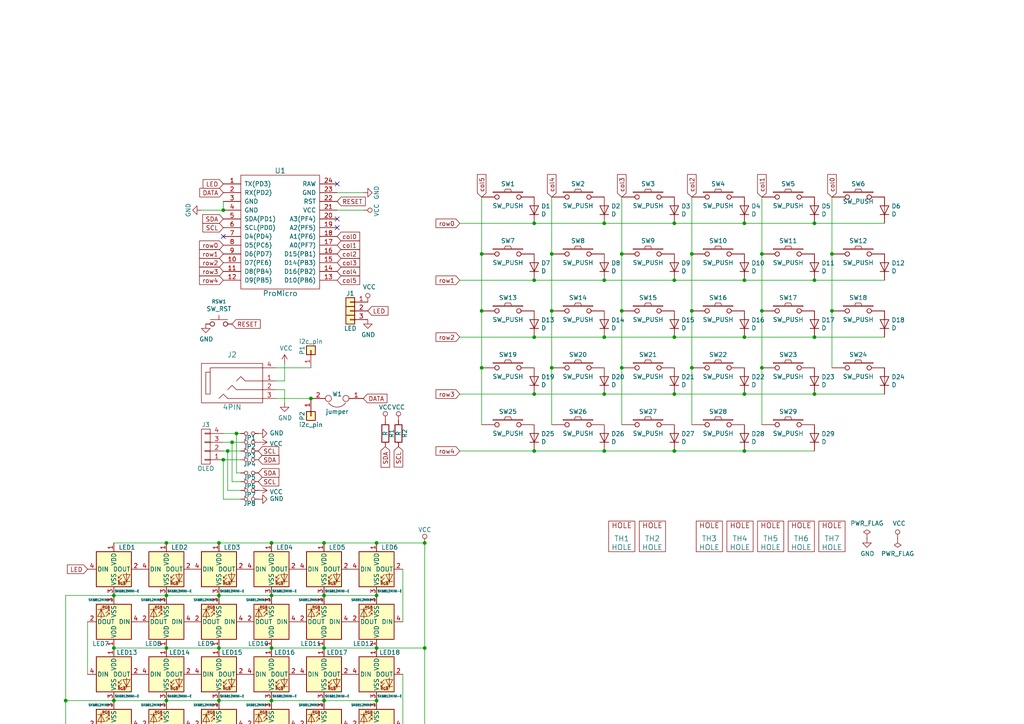
<source format=kicad_sch>
(kicad_sch (version 20211123) (generator eeschema)
  (paper "A4")
  (junction (at 64.77 133.35))
  (junction (at 63.5 187.96))
  (junction (at 180.34 73.66))
  (junction (at 175.26 114.3))
  (junction (at 241.3 73.66))
  (junction (at 180.34 90.17))
  (junction (at 236.22 97.79))
  (junction (at 109.22 218.44))
  (junction (at 123.19 187.96))
  (junction (at 33.02 203.2))
  (junction (at 93.98 187.96))
  (junction (at 67.31 128.27))
  (junction (at 220.98 73.66))
  (junction (at 78.74 233.68))
  (junction (at 200.66 73.66))
  (junction (at 93.98 172.72))
  (junction (at 109.22 203.2))
  (junction (at 109.22 187.96))
  (junction (at 33.02 233.68))
  (junction (at 78.74 187.96))
  (junction (at 139.7 106.68))
  (junction (at 175.26 130.81))
  (junction (at 63.5 172.72))
  (junction (at 180.34 106.68))
  (junction (at 63.5 203.2))
  (junction (at 241.3 90.17))
  (junction (at 66.04 130.81))
  (junction (at 154.94 81.28))
  (junction (at 48.26 218.44))
  (junction (at 48.26 187.96))
  (junction (at 63.5 157.48))
  (junction (at 48.26 172.72))
  (junction (at 154.94 64.77))
  (junction (at 195.58 97.79))
  (junction (at 109.22 172.72))
  (junction (at 220.98 90.17))
  (junction (at 93.98 203.2))
  (junction (at 236.22 81.28))
  (junction (at 78.74 218.44))
  (junction (at 154.94 130.81))
  (junction (at 236.22 114.3))
  (junction (at 109.22 157.48))
  (junction (at 48.26 157.48))
  (junction (at 195.58 114.3))
  (junction (at 48.26 203.2))
  (junction (at 215.9 114.3))
  (junction (at 160.02 90.17))
  (junction (at 215.9 130.81))
  (junction (at 33.02 187.96))
  (junction (at 33.02 172.72))
  (junction (at 78.74 203.2))
  (junction (at 93.98 218.44))
  (junction (at 63.5 233.68))
  (junction (at 63.5 218.44))
  (junction (at 123.19 157.48))
  (junction (at 48.26 233.68))
  (junction (at 154.94 114.3))
  (junction (at 215.9 97.79))
  (junction (at 33.02 218.44))
  (junction (at 175.26 81.28))
  (junction (at 215.9 81.28))
  (junction (at 78.74 172.72))
  (junction (at 19.05 233.68))
  (junction (at 195.58 130.81))
  (junction (at 200.66 106.68))
  (junction (at 19.05 203.2))
  (junction (at 154.94 97.79))
  (junction (at 195.58 64.77))
  (junction (at 200.66 90.17))
  (junction (at 195.58 81.28))
  (junction (at 236.22 64.77))
  (junction (at 90.17 115.57))
  (junction (at 220.98 106.68))
  (junction (at 160.02 73.66))
  (junction (at 175.26 64.77))
  (junction (at 139.7 90.17))
  (junction (at 175.26 97.79))
  (junction (at 68.58 125.73))
  (junction (at 93.98 157.48))
  (junction (at 64.77 60.96))
  (junction (at 78.74 157.48))
  (junction (at 139.7 73.66))
  (junction (at 215.9 64.77))
  (junction (at 160.02 106.68))
  (no_connect (at 97.79 66.04))
  (no_connect (at 97.79 53.34))
  (no_connect (at 64.77 68.58))
  (no_connect (at 101.6 226.06))
  (no_connect (at 97.79 63.5))
  (wire (pts (xy 64.77 58.42) (xy 64.77 60.96)))
  (wire (pts (xy 109.22 157.48) (xy 93.98 157.48)))
  (wire (pts (xy 67.31 128.27) (xy 69.85 128.27)))
  (wire (pts (xy 63.5 203.2) (xy 78.74 203.2)))
  (wire (pts (xy 48.26 203.2) (xy 63.5 203.2)))
  (wire (pts (xy 48.26 172.72) (xy 63.5 172.72)))
  (wire (pts (xy 48.26 233.68) (xy 33.02 233.68)))
  (wire (pts (xy 180.34 73.66) (xy 180.34 90.17)))
  (wire (pts (xy 195.58 64.77) (xy 215.9 64.77)))
  (wire (pts (xy 93.98 157.48) (xy 78.74 157.48)))
  (wire (pts (xy 33.02 187.96) (xy 48.26 187.96)))
  (wire (pts (xy 64.77 133.35) (xy 64.77 144.78)))
  (wire (pts (xy 215.9 81.28) (xy 236.22 81.28)))
  (wire (pts (xy 154.94 64.77) (xy 133.35 64.77)))
  (wire (pts (xy 93.98 233.68) (xy 78.74 233.68)))
  (wire (pts (xy 66.04 130.81) (xy 69.85 130.81)))
  (wire (pts (xy 78.74 157.48) (xy 63.5 157.48)))
  (wire (pts (xy 97.79 60.96) (xy 105.41 60.96)))
  (wire (pts (xy 220.98 73.66) (xy 220.98 90.17)))
  (wire (pts (xy 154.94 97.79) (xy 133.35 97.79)))
  (wire (pts (xy 82.55 110.49) (xy 80.01 110.49)))
  (wire (pts (xy 175.26 114.3) (xy 154.94 114.3)))
  (wire (pts (xy 97.79 55.88) (xy 105.41 55.88)))
  (wire (pts (xy 220.98 106.68) (xy 220.98 123.19)))
  (wire (pts (xy 139.7 106.68) (xy 139.7 123.19)))
  (wire (pts (xy 123.19 187.96) (xy 123.19 157.48)))
  (wire (pts (xy 33.02 172.72) (xy 48.26 172.72)))
  (wire (pts (xy 195.58 81.28) (xy 215.9 81.28)))
  (wire (pts (xy 93.98 172.72) (xy 109.22 172.72)))
  (wire (pts (xy 200.66 73.66) (xy 200.66 90.17)))
  (wire (pts (xy 33.02 233.68) (xy 19.05 233.68)))
  (wire (pts (xy 175.26 130.81) (xy 195.58 130.81)))
  (wire (pts (xy 160.02 90.17) (xy 160.02 106.68)))
  (wire (pts (xy 109.22 218.44) (xy 123.19 218.44)))
  (wire (pts (xy 180.34 106.68) (xy 180.34 123.19)))
  (wire (pts (xy 133.35 130.81) (xy 154.94 130.81)))
  (wire (pts (xy 64.77 130.81) (xy 66.04 130.81)))
  (wire (pts (xy 93.98 218.44) (xy 109.22 218.44)))
  (wire (pts (xy 220.98 57.15) (xy 220.98 73.66)))
  (wire (pts (xy 93.98 187.96) (xy 109.22 187.96)))
  (wire (pts (xy 80.01 106.68) (xy 90.17 106.68)))
  (wire (pts (xy 25.4 180.34) (xy 25.4 195.58)))
  (wire (pts (xy 78.74 172.72) (xy 93.98 172.72)))
  (wire (pts (xy 200.66 106.68) (xy 200.66 123.19)))
  (wire (pts (xy 63.5 218.44) (xy 78.74 218.44)))
  (wire (pts (xy 116.84 165.1) (xy 116.84 180.34)))
  (wire (pts (xy 82.55 105.41) (xy 82.55 110.49)))
  (wire (pts (xy 33.02 203.2) (xy 48.26 203.2)))
  (wire (pts (xy 93.98 203.2) (xy 109.22 203.2)))
  (wire (pts (xy 78.74 187.96) (xy 93.98 187.96)))
  (wire (pts (xy 154.94 81.28) (xy 133.35 81.28)))
  (wire (pts (xy 175.26 97.79) (xy 154.94 97.79)))
  (wire (pts (xy 19.05 203.2) (xy 33.02 203.2)))
  (wire (pts (xy 160.02 73.66) (xy 160.02 90.17)))
  (wire (pts (xy 64.77 128.27) (xy 67.31 128.27)))
  (wire (pts (xy 64.77 60.96) (xy 58.42 60.96)))
  (wire (pts (xy 19.05 172.72) (xy 33.02 172.72)))
  (wire (pts (xy 68.58 137.16) (xy 69.85 137.16)))
  (wire (pts (xy 175.26 64.77) (xy 154.94 64.77)))
  (wire (pts (xy 154.94 130.81) (xy 175.26 130.81)))
  (wire (pts (xy 160.02 106.68) (xy 160.02 123.19)))
  (wire (pts (xy 66.04 142.24) (xy 69.85 142.24)))
  (wire (pts (xy 195.58 130.81) (xy 215.9 130.81)))
  (wire (pts (xy 220.98 106.68) (xy 220.98 90.17)))
  (wire (pts (xy 109.22 187.96) (xy 123.19 187.96)))
  (wire (pts (xy 78.74 233.68) (xy 63.5 233.68)))
  (wire (pts (xy 195.58 97.79) (xy 215.9 97.79)))
  (wire (pts (xy 236.22 114.3) (xy 256.54 114.3)))
  (wire (pts (xy 175.26 81.28) (xy 195.58 81.28)))
  (wire (pts (xy 160.02 57.15) (xy 160.02 73.66)))
  (wire (pts (xy 236.22 81.28) (xy 256.54 81.28)))
  (wire (pts (xy 175.26 81.28) (xy 154.94 81.28)))
  (wire (pts (xy 80.01 115.57) (xy 90.17 115.57)))
  (wire (pts (xy 123.19 218.44) (xy 123.19 187.96)))
  (wire (pts (xy 68.58 125.73) (xy 69.85 125.73)))
  (wire (pts (xy 215.9 114.3) (xy 236.22 114.3)))
  (wire (pts (xy 68.58 125.73) (xy 68.58 137.16)))
  (wire (pts (xy 67.31 128.27) (xy 67.31 139.7)))
  (wire (pts (xy 241.3 73.66) (xy 241.3 57.15)))
  (wire (pts (xy 215.9 97.79) (xy 236.22 97.79)))
  (wire (pts (xy 175.26 64.77) (xy 195.58 64.77)))
  (wire (pts (xy 200.66 57.15) (xy 200.66 73.66)))
  (wire (pts (xy 48.26 157.48) (xy 33.02 157.48)))
  (wire (pts (xy 78.74 203.2) (xy 93.98 203.2)))
  (wire (pts (xy 241.3 90.17) (xy 241.3 106.68)))
  (wire (pts (xy 66.04 130.81) (xy 66.04 142.24)))
  (wire (pts (xy 63.5 187.96) (xy 78.74 187.96)))
  (wire (pts (xy 80.01 113.03) (xy 82.55 113.03)))
  (wire (pts (xy 63.5 233.68) (xy 48.26 233.68)))
  (wire (pts (xy 139.7 57.15) (xy 139.7 73.66)))
  (wire (pts (xy 82.55 113.03) (xy 82.55 116.84)))
  (wire (pts (xy 19.05 233.68) (xy 19.05 203.2)))
  (wire (pts (xy 63.5 172.72) (xy 78.74 172.72)))
  (wire (pts (xy 154.94 114.3) (xy 133.35 114.3)))
  (wire (pts (xy 236.22 64.77) (xy 215.9 64.77)))
  (wire (pts (xy 241.3 90.17) (xy 241.3 73.66)))
  (wire (pts (xy 180.34 90.17) (xy 180.34 106.68)))
  (wire (pts (xy 139.7 90.17) (xy 139.7 106.68)))
  (wire (pts (xy 19.05 203.2) (xy 19.05 172.72)))
  (wire (pts (xy 33.02 218.44) (xy 48.26 218.44)))
  (wire (pts (xy 78.74 218.44) (xy 93.98 218.44)))
  (wire (pts (xy 67.31 139.7) (xy 69.85 139.7)))
  (wire (pts (xy 116.84 195.58) (xy 116.84 210.82)))
  (wire (pts (xy 48.26 218.44) (xy 63.5 218.44)))
  (wire (pts (xy 215.9 130.81) (xy 236.22 130.81)))
  (wire (pts (xy 64.77 125.73) (xy 68.58 125.73)))
  (wire (pts (xy 180.34 57.15) (xy 180.34 73.66)))
  (wire (pts (xy 25.4 210.82) (xy 25.4 226.06)))
  (wire (pts (xy 69.85 133.35) (xy 64.77 133.35)))
  (wire (pts (xy 123.19 157.48) (xy 109.22 157.48)))
  (wire (pts (xy 175.26 97.79) (xy 195.58 97.79)))
  (wire (pts (xy 139.7 73.66) (xy 139.7 90.17)))
  (wire (pts (xy 63.5 157.48) (xy 48.26 157.48)))
  (wire (pts (xy 195.58 114.3) (xy 215.9 114.3)))
  (wire (pts (xy 236.22 97.79) (xy 256.54 97.79)))
  (wire (pts (xy 236.22 64.77) (xy 256.54 64.77)))
  (wire (pts (xy 64.77 144.78) (xy 69.85 144.78)))
  (wire (pts (xy 175.26 114.3) (xy 195.58 114.3)))
  (wire (pts (xy 200.66 90.17) (xy 200.66 106.68)))
  (wire (pts (xy 48.26 187.96) (xy 63.5 187.96)))
  (global_label "DATA" (shape input) (at 105.41 115.57 0) (property "Intersheet References" "${INTERSHEET_REFS}" (effects hide)))
  (global_label "col0" (shape input) (at 97.79 68.58 0) (property "Intersheet References" "${INTERSHEET_REFS}" (effects hide)))
  (global_label "col5" (shape input) (at 139.7 57.15 90) (property "Intersheet References" "${INTERSHEET_REFS}" (effects hide)))
  (global_label "row2" (shape input) (at 64.77 76.2 180) (property "Intersheet References" "${INTERSHEET_REFS}" (effects hide)))
  (global_label "DATA" (shape input) (at 64.77 55.88 180) (property "Intersheet References" "${INTERSHEET_REFS}" (effects hide)))
  (global_label "col0" (shape input) (at 241.3 57.15 90) (property "Intersheet References" "${INTERSHEET_REFS}" (effects hide)))
  (global_label "row0" (shape input) (at 133.35 64.77 180) (property "Intersheet References" "${INTERSHEET_REFS}" (effects hide)))
  (global_label "row3" (shape input) (at 133.35 114.3 180) (property "Intersheet References" "${INTERSHEET_REFS}" (effects hide)))
  (global_label "SCL" (shape input) (at 74.93 139.7 0) (property "Intersheet References" "${INTERSHEET_REFS}" (effects hide)))
  (global_label "LED" (shape input) (at 106.68 90.17 0) (property "Intersheet References" "${INTERSHEET_REFS}" (effects hide)))
  (global_label "col1" (shape input) (at 97.79 71.12 0) (property "Intersheet References" "${INTERSHEET_REFS}" (effects hide)))
  (global_label "SDA" (shape input) (at 111.76 129.54 270) (property "Intersheet References" "${INTERSHEET_REFS}" (effects hide)))
  (global_label "SCL" (shape input) (at 74.93 130.81 0) (property "Intersheet References" "${INTERSHEET_REFS}" (effects hide)))
  (global_label "row4" (shape input) (at 133.35 130.81 180) (property "Intersheet References" "${INTERSHEET_REFS}" (effects hide)))
  (global_label "col2" (shape input) (at 200.66 57.15 90) (property "Intersheet References" "${INTERSHEET_REFS}" (effects hide)))
  (global_label "col3" (shape input) (at 180.34 57.15 90) (property "Intersheet References" "${INTERSHEET_REFS}" (effects hide)))
  (global_label "row1" (shape input) (at 64.77 73.66 180) (property "Intersheet References" "${INTERSHEET_REFS}" (effects hide)))
  (global_label "row1" (shape input) (at 133.35 81.28 180) (property "Intersheet References" "${INTERSHEET_REFS}" (effects hide)))
  (global_label "col4" (shape input) (at 160.02 57.15 90) (property "Intersheet References" "${INTERSHEET_REFS}" (effects hide)))
  (global_label "row4" (shape input) (at 64.77 81.28 180) (property "Intersheet References" "${INTERSHEET_REFS}" (effects hide)))
  (global_label "LED" (shape input) (at 25.4 165.1 180) (property "Intersheet References" "${INTERSHEET_REFS}" (effects hide)))
  (global_label "col5" (shape input) (at 97.79 81.28 0) (property "Intersheet References" "${INTERSHEET_REFS}" (effects hide)))
  (global_label "LED" (shape input) (at 64.77 53.34 180) (property "Intersheet References" "${INTERSHEET_REFS}" (effects hide)))
  (global_label "col1" (shape input) (at 220.98 57.15 90) (property "Intersheet References" "${INTERSHEET_REFS}" (effects hide)))
  (global_label "SCL" (shape input) (at 115.57 129.54 270) (property "Intersheet References" "${INTERSHEET_REFS}" (effects hide)))
  (global_label "col4" (shape input) (at 97.79 78.74 0) (property "Intersheet References" "${INTERSHEET_REFS}" (effects hide)))
  (global_label "SDA" (shape input) (at 64.77 63.5 180) (property "Intersheet References" "${INTERSHEET_REFS}" (effects hide)))
  (global_label "RESET" (shape input) (at 97.79 58.42 0) (property "Intersheet References" "${INTERSHEET_REFS}" (effects hide)))
  (global_label "SDA" (shape input) (at 74.93 133.35 0) (property "Intersheet References" "${INTERSHEET_REFS}" (effects hide)))
  (global_label "row2" (shape input) (at 133.35 97.79 180) (property "Intersheet References" "${INTERSHEET_REFS}" (effects hide)))
  (global_label "SDA" (shape input) (at 74.93 137.16 0) (property "Intersheet References" "${INTERSHEET_REFS}" (effects hide)))
  (global_label "col2" (shape input) (at 97.79 73.66 0) (property "Intersheet References" "${INTERSHEET_REFS}" (effects hide)))
  (global_label "RESET" (shape input) (at 67.31 93.98 0) (property "Intersheet References" "${INTERSHEET_REFS}" (effects hide)))
  (global_label "SCL" (shape input) (at 64.77 66.04 180) (property "Intersheet References" "${INTERSHEET_REFS}" (effects hide)))
  (global_label "row3" (shape input) (at 64.77 78.74 180) (property "Intersheet References" "${INTERSHEET_REFS}" (effects hide)))
  (global_label "col3" (shape input) (at 97.79 76.2 0) (property "Intersheet References" "${INTERSHEET_REFS}" (effects hide)))
  (global_label "row0" (shape input) (at 64.77 71.12 180) (property "Intersheet References" "${INTERSHEET_REFS}" (effects hide)))
  (symbol (lib_id "Lily58_Pro-rescue:ProMicro_2-Lily58-cache") (at 81.28 67.31 0) (unit 1)
    (property "Reference" "U1" (at 81.28 49.53 0) (effects (font (size 1.524 1.524))))
    (property "Value" "ProMicro" (at 81.28 85.09 0) (effects (font (size 1.524 1.524))))
    (property "Footprint" "Lily58-footprint:ProMicro_rev2" (effects hide))
  )
  (symbol (lib_id "Lily58_Pro-rescue:SW_PUSH-Lily58-cache") (at 147.32 123.19 0) (unit 1)
    (property "Reference" "SW25" (at 147.32 119.38 0))
    (property "Value" "SW_PUSH" (at 147.32 125.73 0))
    (property "Footprint" "Lily58_Pro-footprint:Choc_Hotswap_both" (effects hide))
  )
  (symbol (lib_id "Lily58_Pro-rescue:SW_PUSH-Lily58-cache") (at 167.64 123.19 0) (unit 1)
    (property "Reference" "SW26" (at 167.64 119.38 0))
    (property "Value" "SW_PUSH" (at 167.64 125.73 0))
    (property "Footprint" "Lily58_Pro-footprint:Choc_Hotswap_both" (effects hide))
  )
  (symbol (lib_id "Lily58_Pro-rescue:SW_PUSH-Lily58-cache") (at 147.32 57.15 0) (unit 1)
    (property "Reference" "SW1" (at 147.32 53.34 0))
    (property "Value" "SW_PUSH" (at 147.32 59.69 0))
    (property "Footprint" "Lily58_Pro-footprint:Choc_Hotswap_both" (effects hide))
  )
  (symbol (lib_id "Lily58_Pro-rescue:D-Lily58-cache") (at 154.94 60.96 90) (unit 1)
    (property "Reference" "D1" (at 156.9466 59.7916 90) (effects (justify right)))
    (property "Value" "D" (at 156.9466 62.103 90) (effects (justify right)))
    (property "Footprint" "Lily58_Pro-footprint:D3_TH" (effects hide))
  )
  (symbol (lib_id "Lily58_Pro-rescue:SW_PUSH-Lily58-cache") (at 167.64 57.15 0) (unit 1)
    (property "Reference" "SW2" (at 167.64 53.34 0))
    (property "Value" "SW_PUSH" (at 167.64 59.69 0))
    (property "Footprint" "Lily58_Pro-footprint:Choc_Hotswap_both" (effects hide))
  )
  (symbol (lib_id "Lily58_Pro-rescue:D-Lily58-cache") (at 175.26 60.96 90) (unit 1)
    (property "Reference" "D2" (at 177.2666 59.7916 90) (effects (justify right)))
    (property "Value" "D" (at 177.2666 62.103 90) (effects (justify right)))
    (property "Footprint" "Lily58_Pro-footprint:D3_TH" (effects hide))
  )
  (symbol (lib_id "Lily58_Pro-rescue:SW_PUSH-Lily58-cache") (at 187.96 57.15 0) (unit 1)
    (property "Reference" "SW3" (at 187.96 53.34 0))
    (property "Value" "SW_PUSH" (at 187.96 59.69 0))
    (property "Footprint" "Lily58_Pro-footprint:Choc_Hotswap_both" (effects hide))
  )
  (symbol (lib_id "Lily58_Pro-rescue:D-Lily58-cache") (at 195.58 60.96 90) (unit 1)
    (property "Reference" "D3" (at 197.5866 59.7916 90) (effects (justify right)))
    (property "Value" "D" (at 197.5866 62.103 90) (effects (justify right)))
    (property "Footprint" "Lily58_Pro-footprint:D3_TH" (effects hide))
  )
  (symbol (lib_id "Lily58_Pro-rescue:SW_PUSH-Lily58-cache") (at 208.28 57.15 0) (unit 1)
    (property "Reference" "SW4" (at 208.28 53.34 0))
    (property "Value" "SW_PUSH" (at 208.28 59.69 0))
    (property "Footprint" "Lily58_Pro-footprint:Choc_Hotswap_both" (effects hide))
  )
  (symbol (lib_id "Lily58_Pro-rescue:D-Lily58-cache") (at 215.9 60.96 90) (unit 1)
    (property "Reference" "D4" (at 217.9066 59.7916 90) (effects (justify right)))
    (property "Value" "D" (at 217.9066 62.103 90) (effects (justify right)))
    (property "Footprint" "Lily58_Pro-footprint:D3_TH" (effects hide))
  )
  (symbol (lib_id "Lily58_Pro-rescue:SW_PUSH-Lily58-cache") (at 228.6 57.15 0) (unit 1)
    (property "Reference" "SW5" (at 228.6 53.34 0))
    (property "Value" "SW_PUSH" (at 228.6 59.69 0))
    (property "Footprint" "Lily58_Pro-footprint:Choc_Hotswap_both" (effects hide))
  )
  (symbol (lib_id "Lily58_Pro-rescue:D-Lily58-cache") (at 236.22 60.96 90) (unit 1)
    (property "Reference" "D5" (at 238.2266 59.7916 90) (effects (justify right)))
    (property "Value" "D" (at 238.2266 62.103 90) (effects (justify right)))
    (property "Footprint" "Lily58_Pro-footprint:D3_TH" (effects hide))
  )
  (symbol (lib_id "Lily58_Pro-rescue:SW_PUSH-Lily58-cache") (at 248.92 57.15 0) (unit 1)
    (property "Reference" "SW6" (at 248.92 53.34 0))
    (property "Value" "SW_PUSH" (at 248.92 58.42 0))
    (property "Footprint" "Lily58_Pro-footprint:Choc_Hotswap_both" (effects hide))
  )
  (symbol (lib_id "Lily58_Pro-rescue:D-Lily58-cache") (at 256.54 60.96 90) (unit 1)
    (property "Reference" "D6" (at 258.5466 59.7916 90) (effects (justify right)))
    (property "Value" "D" (at 258.5466 62.103 90) (effects (justify right)))
    (property "Footprint" "Lily58_Pro-footprint:D3_TH" (effects hide))
  )
  (symbol (lib_id "Lily58_Pro-rescue:SW_PUSH-Lily58-cache") (at 167.64 73.66 0) (unit 1)
    (property "Reference" "SW8" (at 167.64 69.85 0))
    (property "Value" "SW_PUSH" (at 167.64 76.2 0))
    (property "Footprint" "Lily58_Pro-footprint:Choc_Hotswap_both" (effects hide))
  )
  (symbol (lib_id "Lily58_Pro-rescue:SW_PUSH-Lily58-cache") (at 187.96 73.66 0) (unit 1)
    (property "Reference" "SW9" (at 187.96 69.85 0))
    (property "Value" "SW_PUSH" (at 187.96 76.2 0))
    (property "Footprint" "Lily58_Pro-footprint:Choc_Hotswap_both" (effects hide))
  )
  (symbol (lib_id "Lily58_Pro-rescue:SW_PUSH-Lily58-cache") (at 208.28 73.66 0) (unit 1)
    (property "Reference" "SW10" (at 208.28 69.85 0))
    (property "Value" "SW_PUSH" (at 208.28 76.2 0))
    (property "Footprint" "Lily58_Pro-footprint:Choc_Hotswap_both" (effects hide))
  )
  (symbol (lib_id "Lily58_Pro-rescue:SW_PUSH-Lily58-cache") (at 228.6 73.66 0) (unit 1)
    (property "Reference" "SW11" (at 228.6 69.85 0))
    (property "Value" "SW_PUSH" (at 228.6 76.2 0))
    (property "Footprint" "Lily58_Pro-footprint:Choc_Hotswap_both" (effects hide))
  )
  (symbol (lib_id "Lily58_Pro-rescue:SW_PUSH-Lily58-cache") (at 248.92 73.66 0) (unit 1)
    (property "Reference" "SW12" (at 248.92 69.85 0))
    (property "Value" "SW_PUSH" (at 248.92 76.2 0))
    (property "Footprint" "Lily58_Pro-footprint:Choc_Hotswap_both" (effects hide))
  )
  (symbol (lib_id "Lily58_Pro-rescue:SW_PUSH-Lily58-cache") (at 147.32 73.66 0) (unit 1)
    (property "Reference" "SW7" (at 147.32 69.85 0))
    (property "Value" "SW_PUSH" (at 147.32 76.2 0))
    (property "Footprint" "Lily58_Pro-footprint:Choc_Hotswap_both" (effects hide))
  )
  (symbol (lib_id "Lily58_Pro-rescue:D-Lily58-cache") (at 154.94 77.47 90) (unit 1)
    (property "Reference" "D7" (at 156.9466 76.3016 90) (effects (justify right)))
    (property "Value" "D" (at 156.9466 78.613 90) (effects (justify right)))
    (property "Footprint" "Lily58_Pro-footprint:D3_TH" (effects hide))
  )
  (symbol (lib_id "Lily58_Pro-rescue:D-Lily58-cache") (at 175.26 77.47 90) (unit 1)
    (property "Reference" "D8" (at 177.2666 76.3016 90) (effects (justify right)))
    (property "Value" "D" (at 177.2666 78.613 90) (effects (justify right)))
    (property "Footprint" "Lily58_Pro-footprint:D3_TH" (effects hide))
  )
  (symbol (lib_id "Lily58_Pro-rescue:D-Lily58-cache") (at 195.58 77.47 90) (unit 1)
    (property "Reference" "D9" (at 197.5866 76.3016 90) (effects (justify right)))
    (property "Value" "D" (at 197.5866 78.613 90) (effects (justify right)))
    (property "Footprint" "Lily58_Pro-footprint:D3_TH" (effects hide))
  )
  (symbol (lib_id "Lily58_Pro-rescue:D-Lily58-cache") (at 215.9 77.47 90) (unit 1)
    (property "Reference" "D10" (at 217.9066 76.3016 90) (effects (justify right)))
    (property "Value" "D" (at 217.9066 78.613 90) (effects (justify right)))
    (property "Footprint" "Lily58_Pro-footprint:D3_TH" (effects hide))
  )
  (symbol (lib_id "Lily58_Pro-rescue:D-Lily58-cache") (at 236.22 77.47 90) (unit 1)
    (property "Reference" "D11" (at 238.2266 76.3016 90) (effects (justify right)))
    (property "Value" "D" (at 238.2266 78.613 90) (effects (justify right)))
    (property "Footprint" "Lily58_Pro-footprint:D3_TH" (effects hide))
  )
  (symbol (lib_id "Lily58_Pro-rescue:D-Lily58-cache") (at 256.54 77.47 90) (unit 1)
    (property "Reference" "D12" (at 258.5466 76.3016 90) (effects (justify right)))
    (property "Value" "D" (at 258.5466 78.613 90) (effects (justify right)))
    (property "Footprint" "Lily58_Pro-footprint:D3_TH" (effects hide))
  )
  (symbol (lib_id "Lily58_Pro-rescue:SW_PUSH-Lily58-cache") (at 147.32 90.17 0) (unit 1)
    (property "Reference" "SW13" (at 147.32 86.36 0))
    (property "Value" "SW_PUSH" (at 147.32 92.71 0))
    (property "Footprint" "Lily58_Pro-footprint:Choc_Hotswap_both" (effects hide))
  )
  (symbol (lib_id "Lily58_Pro-rescue:SW_PUSH-Lily58-cache") (at 167.64 90.17 0) (unit 1)
    (property "Reference" "SW14" (at 167.64 86.36 0))
    (property "Value" "SW_PUSH" (at 167.64 92.71 0))
    (property "Footprint" "Lily58_Pro-footprint:Choc_Hotswap_both" (effects hide))
  )
  (symbol (lib_id "Lily58_Pro-rescue:SW_PUSH-Lily58-cache") (at 187.96 90.17 0) (unit 1)
    (property "Reference" "SW15" (at 187.96 86.36 0))
    (property "Value" "SW_PUSH" (at 187.96 92.71 0))
    (property "Footprint" "Lily58_Pro-footprint:Choc_Hotswap_both" (effects hide))
  )
  (symbol (lib_id "Lily58_Pro-rescue:SW_PUSH-Lily58-cache") (at 208.28 90.17 0) (unit 1)
    (property "Reference" "SW16" (at 208.28 86.36 0))
    (property "Value" "SW_PUSH" (at 208.28 92.71 0))
    (property "Footprint" "Lily58_Pro-footprint:Choc_Hotswap_both" (effects hide))
  )
  (symbol (lib_id "Lily58_Pro-rescue:SW_PUSH-Lily58-cache") (at 228.6 90.17 0) (unit 1)
    (property "Reference" "SW17" (at 228.6 86.36 0))
    (property "Value" "SW_PUSH" (at 228.6 92.71 0))
    (property "Footprint" "Lily58_Pro-footprint:Choc_Hotswap_both" (effects hide))
  )
  (symbol (lib_id "Lily58_Pro-rescue:SW_PUSH-Lily58-cache") (at 248.92 90.17 0) (unit 1)
    (property "Reference" "SW18" (at 248.92 86.36 0))
    (property "Value" "SW_PUSH" (at 248.92 92.71 0))
    (property "Footprint" "Lily58_Pro-footprint:Choc_Hotswap_both" (effects hide))
  )
  (symbol (lib_id "Lily58_Pro-rescue:D-Lily58-cache") (at 154.94 93.98 90) (unit 1)
    (property "Reference" "D13" (at 156.9466 92.8116 90) (effects (justify right)))
    (property "Value" "D" (at 156.9466 95.123 90) (effects (justify right)))
    (property "Footprint" "Lily58_Pro-footprint:D3_TH" (effects hide))
  )
  (symbol (lib_id "Lily58_Pro-rescue:D-Lily58-cache") (at 175.26 93.98 90) (unit 1)
    (property "Reference" "D14" (at 177.2666 92.8116 90) (effects (justify right)))
    (property "Value" "D" (at 177.2666 95.123 90) (effects (justify right)))
    (property "Footprint" "Lily58_Pro-footprint:D3_TH" (effects hide))
  )
  (symbol (lib_id "Lily58_Pro-rescue:D-Lily58-cache") (at 195.58 93.98 90) (unit 1)
    (property "Reference" "D15" (at 197.5866 92.8116 90) (effects (justify right)))
    (property "Value" "D" (at 197.5866 95.123 90) (effects (justify right)))
    (property "Footprint" "Lily58_Pro-footprint:D3_TH" (effects hide))
  )
  (symbol (lib_id "Lily58_Pro-rescue:D-Lily58-cache") (at 215.9 93.98 90) (unit 1)
    (property "Reference" "D16" (at 217.9066 92.8116 90) (effects (justify right)))
    (property "Value" "D" (at 217.9066 95.123 90) (effects (justify right)))
    (property "Footprint" "Lily58_Pro-footprint:D3_TH" (effects hide))
  )
  (symbol (lib_id "Lily58_Pro-rescue:D-Lily58-cache") (at 236.22 93.98 90) (unit 1)
    (property "Reference" "D17" (at 238.2266 92.8116 90) (effects (justify right)))
    (property "Value" "D" (at 238.2266 95.123 90) (effects (justify right)))
    (property "Footprint" "Lily58_Pro-footprint:D3_TH" (effects hide))
  )
  (symbol (lib_id "Lily58_Pro-rescue:D-Lily58-cache") (at 256.54 93.98 90) (unit 1)
    (property "Reference" "D18" (at 258.5466 92.8116 90) (effects (justify right)))
    (property "Value" "D" (at 258.5466 95.123 90) (effects (justify right)))
    (property "Footprint" "Lily58_Pro-footprint:D3_TH" (effects hide))
  )
  (symbol (lib_id "Lily58_Pro-rescue:SW_PUSH-Lily58-cache") (at 187.96 106.68 0) (unit 1)
    (property "Reference" "SW21" (at 187.96 102.87 0))
    (property "Value" "SW_PUSH" (at 187.96 109.22 0))
    (property "Footprint" "Lily58_Pro-footprint:Choc_Hotswap_both" (effects hide))
  )
  (symbol (lib_id "Lily58_Pro-rescue:SW_PUSH-Lily58-cache") (at 208.28 106.68 0) (unit 1)
    (property "Reference" "SW22" (at 208.28 102.87 0))
    (property "Value" "SW_PUSH" (at 208.28 109.22 0))
    (property "Footprint" "Lily58_Pro-footprint:Choc_Hotswap_both" (effects hide))
  )
  (symbol (lib_id "Lily58_Pro-rescue:SW_PUSH-Lily58-cache") (at 228.6 106.68 0) (unit 1)
    (property "Reference" "SW23" (at 228.6 102.87 0))
    (property "Value" "SW_PUSH" (at 228.6 109.22 0))
    (property "Footprint" "Lily58_Pro-footprint:Choc_Hotswap_both" (effects hide))
  )
  (symbol (lib_id "Lily58_Pro-rescue:SW_PUSH-Lily58-cache") (at 248.92 106.68 0) (unit 1)
    (property "Reference" "SW24" (at 248.92 102.87 0))
    (property "Value" "SW_PUSH" (at 248.92 109.22 0))
    (property "Footprint" "Lily58_Pro-footprint:Choc_Hotswap_both" (effects hide))
  )
  (symbol (lib_id "Lily58_Pro-rescue:SW_PUSH-Lily58-cache") (at 167.64 106.68 0) (unit 1)
    (property "Reference" "SW20" (at 167.64 102.87 0))
    (property "Value" "SW_PUSH" (at 167.64 109.22 0))
    (property "Footprint" "Lily58_Pro-footprint:Choc_Hotswap_both" (effects hide))
  )
  (symbol (lib_id "Lily58_Pro-rescue:SW_PUSH-Lily58-cache") (at 147.32 106.68 0) (unit 1)
    (property "Reference" "SW19" (at 147.32 102.87 0))
    (property "Value" "SW_PUSH" (at 147.32 109.22 0))
    (property "Footprint" "Lily58_Pro-footprint:Choc_Hotswap_both" (effects hide))
  )
  (symbol (lib_id "Lily58_Pro-rescue:D-Lily58-cache") (at 154.94 110.49 90) (unit 1)
    (property "Reference" "D19" (at 156.9466 109.3216 90) (effects (justify right)))
    (property "Value" "D" (at 156.9466 111.633 90) (effects (justify right)))
    (property "Footprint" "Lily58_Pro-footprint:D3_TH" (effects hide))
  )
  (symbol (lib_id "Lily58_Pro-rescue:D-Lily58-cache") (at 175.26 110.49 90) (unit 1)
    (property "Reference" "D20" (at 177.2666 109.3216 90) (effects (justify right)))
    (property "Value" "D" (at 177.2666 111.633 90) (effects (justify right)))
    (property "Footprint" "Lily58_Pro-footprint:D3_TH" (effects hide))
  )
  (symbol (lib_id "Lily58_Pro-rescue:D-Lily58-cache") (at 195.58 110.49 90) (unit 1)
    (property "Reference" "D21" (at 197.5866 109.3216 90) (effects (justify right)))
    (property "Value" "D" (at 197.5866 111.633 90) (effects (justify right)))
    (property "Footprint" "Lily58_Pro-footprint:D3_TH" (effects hide))
  )
  (symbol (lib_id "Lily58_Pro-rescue:D-Lily58-cache") (at 215.9 110.49 90) (unit 1)
    (property "Reference" "D22" (at 217.9066 109.3216 90) (effects (justify right)))
    (property "Value" "D" (at 217.9066 111.633 90) (effects (justify right)))
    (property "Footprint" "Lily58_Pro-footprint:D3_TH" (effects hide))
  )
  (symbol (lib_id "Lily58_Pro-rescue:D-Lily58-cache") (at 236.22 110.49 90) (unit 1)
    (property "Reference" "D23" (at 238.2266 109.3216 90) (effects (justify right)))
    (property "Value" "D" (at 238.2266 111.633 90) (effects (justify right)))
    (property "Footprint" "Lily58_Pro-footprint:D3_TH" (effects hide))
  )
  (symbol (lib_id "Lily58_Pro-rescue:D-Lily58-cache") (at 256.54 110.49 90) (unit 1)
    (property "Reference" "D24" (at 258.5466 109.3216 90) (effects (justify right)))
    (property "Value" "D" (at 258.5466 111.633 90) (effects (justify right)))
    (property "Footprint" "Lily58_Pro-footprint:D3_TH" (effects hide))
  )
  (symbol (lib_id "Lily58_Pro-rescue:SW_PUSH-Lily58-cache") (at 187.96 123.19 0) (unit 1)
    (property "Reference" "SW27" (at 187.96 119.38 0))
    (property "Value" "SW_PUSH" (at 187.96 125.73 0))
    (property "Footprint" "Lily58_Pro-footprint:Choc_Hotswap_both" (effects hide))
  )
  (symbol (lib_id "Lily58_Pro-rescue:SW_PUSH-Lily58-cache") (at 208.28 123.19 0) (unit 1)
    (property "Reference" "SW28" (at 208.28 119.38 0))
    (property "Value" "SW_PUSH" (at 208.28 125.73 0))
    (property "Footprint" "Lily58_Pro-footprint:Choc_Hotswap_both" (effects hide))
  )
  (symbol (lib_id "Lily58_Pro-rescue:SW_PUSH-Lily58-cache") (at 228.6 123.19 0) (unit 1)
    (property "Reference" "SW29" (at 228.6 119.38 0))
    (property "Value" "SW_PUSH" (at 228.6 125.73 0))
    (property "Footprint" "Lily58_Pro-footprint:Choc_Hotswap_both" (effects hide))
  )
  (symbol (lib_id "Lily58_Pro-rescue:D-Lily58-cache") (at 154.94 127 90) (unit 1)
    (property "Reference" "D25" (at 156.9466 125.8316 90) (effects (justify right)))
    (property "Value" "D" (at 156.9466 128.143 90) (effects (justify right)))
    (property "Footprint" "Lily58_Pro-footprint:D3_TH" (effects hide))
  )
  (symbol (lib_id "Lily58_Pro-rescue:D-Lily58-cache") (at 175.26 127 90) (unit 1)
    (property "Reference" "D26" (at 177.2666 125.8316 90) (effects (justify right)))
    (property "Value" "D" (at 177.2666 128.143 90) (effects (justify right)))
    (property "Footprint" "Lily58_Pro-footprint:D3_TH" (effects hide))
  )
  (symbol (lib_id "Lily58_Pro-rescue:D-Lily58-cache") (at 195.58 127 90) (unit 1)
    (property "Reference" "D27" (at 197.5866 125.8316 90) (effects (justify right)))
    (property "Value" "D" (at 197.5866 128.143 90) (effects (justify right)))
    (property "Footprint" "Lily58_Pro-footprint:D3_TH" (effects hide))
  )
  (symbol (lib_id "Lily58_Pro-rescue:D-Lily58-cache") (at 215.9 127 90) (unit 1)
    (property "Reference" "D28" (at 217.9066 125.8316 90) (effects (justify right)))
    (property "Value" "D" (at 217.9066 128.143 90) (effects (justify right)))
    (property "Footprint" "Lily58_Pro-footprint:D3_TH" (effects hide))
  )
  (symbol (lib_id "Lily58_Pro-rescue:D-Lily58-cache") (at 236.22 127 90) (unit 1)
    (property "Reference" "D29" (at 238.2266 125.8316 90) (effects (justify right)))
    (property "Value" "D" (at 238.2266 128.143 90) (effects (justify right)))
    (property "Footprint" "Lily58_Pro-footprint:D3_TH" (effects hide))
  )
  (symbol (lib_id "Lily58_Pro-rescue:VCC-Lily58-cache") (at 105.41 60.96 270) (unit 1)
    (property "Reference" "#PWR03" (effects hide))
    (property "Value" "VCC" (at 109.22 60.96 0))
  )
  (symbol (lib_id "Lily58_Pro-rescue:VCC-Lily58-cache") (at 111.76 121.92 0) (unit 1)
    (property "Reference" "#PWR09" (effects hide))
    (property "Value" "VCC" (at 111.76 118.11 0))
  )
  (symbol (lib_id "Lily58_Pro-rescue:VCC-Lily58-cache") (at 115.57 121.92 0) (unit 1)
    (property "Reference" "#PWR010" (effects hide))
    (property "Value" "VCC" (at 115.57 118.11 0))
  )
  (symbol (lib_id "Lily58_Pro-rescue:R-Lily58-cache") (at 111.76 125.73 0) (unit 1)
    (property "Reference" "R1" (at 114.3 125.73 90) (effects (justify bottom)))
    (property "Value" "R" (at 111.76 125.73 90))
    (property "Footprint" "Lily58-footprint:RESISTOR_mini" (effects hide))
  )
  (symbol (lib_id "Lily58_Pro-rescue:R-Lily58-cache") (at 115.57 125.73 0) (unit 1)
    (property "Reference" "R2" (at 118.11 125.73 90) (effects (justify bottom)))
    (property "Value" "R" (at 115.57 125.73 90))
    (property "Footprint" "Lily58-footprint:RESISTOR_mini" (effects hide))
  )
  (symbol (lib_id "Lily58_Pro-rescue:MJ-4PP-9-Lily58-cache") (at 68.58 110.49 0) (unit 1)
    (property "Reference" "J2" (at 67.31 102.87 0) (effects (font (size 1.524 1.524))))
    (property "Value" "4PIN" (at 67.31 118.11 0) (effects (font (size 1.524 1.524))))
    (property "Footprint" "Lily58-footprint:MJ-4PP-9" (effects hide))
  )
  (symbol (lib_id "Lily58_Pro-rescue:LED-Lily58-cache") (at 101.6 90.17 0) (unit 1)
    (property "Reference" "J1" (at 101.6 85.09 0))
    (property "Value" "LED" (at 101.6 95.25 0))
    (property "Footprint" "Lily58-footprint:LED" (effects hide))
  )
  (symbol (lib_id "Lily58_Pro-rescue:VCC-Lily58-cache") (at 106.68 87.63 0) (unit 1)
    (property "Reference" "#PWR04" (effects hide))
    (property "Value" "VCC" (at 107.1118 83.2358 0))
  )
  (symbol (lib_id "Lily58_Pro-rescue:GND-Lily58-cache") (at 106.68 92.71 0) (unit 1)
    (property "Reference" "#PWR05" (effects hide))
    (property "Value" "GND" (at 106.807 97.1042 0))
  )
  (symbol (lib_id "Lily58_Pro-rescue:GND-Lily58-cache") (at 59.69 93.98 0) (unit 1)
    (property "Reference" "#PWR06" (effects hide))
    (property "Value" "GND" (at 59.817 98.3742 0))
  )
  (symbol (lib_id "Lily58_Pro-rescue:PWR_FLAG-Lily58-cache") (at 251.46 156.21 0) (unit 1)
    (property "Reference" "#FLG01" (effects hide))
    (property "Value" "PWR_FLAG" (at 251.46 151.7904 0))
  )
  (symbol (lib_id "Lily58_Pro-rescue:GND-Lily58-cache") (at 251.46 156.21 0) (unit 1)
    (property "Reference" "#PWR015" (effects hide))
    (property "Value" "GND" (at 251.587 160.6042 0))
  )
  (symbol (lib_id "Lily58_Pro-rescue:VCC-Lily58-cache") (at 260.35 156.21 0) (unit 1)
    (property "Reference" "#PWR016" (effects hide))
    (property "Value" "VCC" (at 260.7818 151.8158 0))
  )
  (symbol (lib_id "Lily58_Pro-rescue:PWR_FLAG-Lily58-cache") (at 260.35 156.21 180) (unit 1)
    (property "Reference" "#FLG02" (effects hide))
    (property "Value" "PWR_FLAG" (at 260.35 160.6042 0))
  )
  (symbol (lib_id "Lily58_Pro-rescue:HOLE-Lily58-cache") (at 180.34 156.21 0) (unit 1)
    (property "Reference" "TH1" (at 180.34 156.21 0) (effects (font (size 1.524 1.524))))
    (property "Value" "HOLE" (at 180.34 158.75 0) (effects (font (size 1.524 1.524))))
    (property "Footprint" "Lily58-footprint:M2_HOLE_PCB" (effects hide))
  )
  (symbol (lib_id "Lily58_Pro-rescue:HOLE-Lily58-cache") (at 189.23 156.21 0) (unit 1)
    (property "Reference" "TH2" (at 189.23 156.21 0) (effects (font (size 1.524 1.524))))
    (property "Value" "HOLE" (at 189.23 158.75 0) (effects (font (size 1.524 1.524))))
    (property "Footprint" "Lily58-footprint:M2_HOLE_PCB" (effects hide))
  )
  (symbol (lib_id "Lily58_Pro-rescue:HOLE-Lily58-cache") (at 214.63 156.21 0) (unit 1)
    (property "Reference" "TH4" (at 214.63 156.21 0) (effects (font (size 1.524 1.524))))
    (property "Value" "HOLE" (at 214.63 158.75 0) (effects (font (size 1.524 1.524))))
    (property "Footprint" "Lily58-footprint:HOLE_M2_TH" (effects hide))
  )
  (symbol (lib_id "Lily58_Pro-rescue:HOLE-Lily58-cache") (at 223.52 156.21 0) (unit 1)
    (property "Reference" "TH5" (at 223.52 156.21 0) (effects (font (size 1.524 1.524))))
    (property "Value" "HOLE" (at 223.52 158.75 0) (effects (font (size 1.524 1.524))))
    (property "Footprint" "Lily58-footprint:HOLE_M2_TH" (effects hide))
  )
  (symbol (lib_id "Lily58_Pro-rescue:HOLE-Lily58-cache") (at 232.41 156.21 0) (unit 1)
    (property "Reference" "TH6" (at 232.41 156.21 0) (effects (font (size 1.524 1.524))))
    (property "Value" "HOLE" (at 232.41 158.75 0) (effects (font (size 1.524 1.524))))
    (property "Footprint" "Lily58-footprint:HOLE_M2_TH" (effects hide))
  )
  (symbol (lib_id "Lily58_Pro-rescue:HOLE-Lily58-cache") (at 241.3 156.21 0) (unit 1)
    (property "Reference" "TH7" (at 241.3 156.21 0) (effects (font (size 1.524 1.524))))
    (property "Value" "HOLE" (at 241.3 158.75 0) (effects (font (size 1.524 1.524))))
    (property "Footprint" "Lily58-footprint:HOLE_M2_TH" (effects hide))
  )
  (symbol (lib_id "Lily58_Pro-rescue:HOLE-Lily58-cache") (at 205.74 156.21 0) (unit 1)
    (property "Reference" "TH3" (at 205.74 156.21 0) (effects (font (size 1.524 1.524))))
    (property "Value" "HOLE" (at 205.74 158.75 0) (effects (font (size 1.524 1.524))))
    (property "Footprint" "Lily58-footprint:HOLE_M2_TH" (effects hide))
  )
  (symbol (lib_id "Lily58_Pro-rescue:GND-Lily58-cache") (at 105.41 55.88 90) (unit 1)
    (property "Reference" "#PWR01" (effects hide))
    (property "Value" "GND" (at 109.22 55.88 0))
  )
  (symbol (lib_id "Lily58_Pro-rescue:GND-Lily58-cache") (at 58.42 60.96 270) (unit 1)
    (property "Reference" "#PWR02" (effects hide))
    (property "Value" "GND" (at 54.61 60.96 0))
  )
  (symbol (lib_id "Lily58_Pro-rescue:SW_RST-Lily58-cache") (at 63.5 93.98 0) (unit 1)
    (property "Reference" "RSW1" (at 63.5 87.4776 0) (effects (font (size 1.016 1.016))))
    (property "Value" "SW_RST" (at 63.5 89.5858 0))
    (property "Footprint" "Lily58-footprint:TACT_SWITCH_TVBP06" (effects hide))
  )
  (symbol (lib_id "power:GND") (at 82.55 116.84 0) (unit 1)
    (property "Reference" "#PWR08" (effects hide))
    (property "Value" "GND" (at 82.677 121.2342 0))
  )
  (symbol (lib_id "power:VCC") (at 82.55 105.41 0) (unit 1)
    (property "Reference" "#PWR07" (effects hide))
    (property "Value" "VCC" (at 82.9818 101.0158 0))
  )
  (symbol (lib_id "Lily58_Pro-rescue:i2c_pin-Lily58-cache") (at 90.17 101.6 90) (unit 1)
    (property "Reference" "P1" (at 87.63 101.6 0))
    (property "Value" "i2c_pin" (at 90.17 99.06 90))
    (property "Footprint" "Lily58-footprint:1pin_conn" (effects hide))
  )
  (symbol (lib_id "Lily58_Pro-rescue:i2c_pin-Lily58-cache") (at 90.17 120.65 270) (unit 1)
    (property "Reference" "P2" (at 87.63 120.65 0))
    (property "Value" "i2c_pin" (at 90.17 123.19 90))
    (property "Footprint" "Lily58-footprint:1pin_conn" (effects hide))
  )
  (symbol (lib_id "Lily58_Pro-rescue:Jumper-Device") (at 97.79 115.57 180) (unit 1)
    (property "Reference" "W1" (at 97.79 114.3 0))
    (property "Value" "jumper" (at 97.79 119.38 0))
    (property "Footprint" "Lily58-footprint:jumper_data" (effects hide))
  )
  (symbol (lib_id "Lily58_Pro-rescue:OLED-Lily58-cache") (at 59.69 129.54 180) (unit 1)
    (property "Reference" "J3" (at 59.69 123.19 0))
    (property "Value" "OLED" (at 59.69 135.89 0))
    (property "Footprint" "Lily58-footprint:OLED_4Pin" (effects hide))
  )
  (symbol (lib_id "Lily58_Pro-rescue:Jumper_NO_Small-Device") (at 72.39 125.73 0) (unit 1)
    (property "Reference" "JP1" (at 72.39 127 0))
    (property "Value" "Jumper_NO_Small" (effects hide))
    (property "Footprint" "Lily58-footprint:Jumper" (effects hide))
  )
  (symbol (lib_id "Lily58_Pro-rescue:Jumper_NO_Small-Device") (at 72.39 128.27 0) (unit 1)
    (property "Reference" "JP2" (at 72.39 129.54 0))
    (property "Value" "Jumper_NO_Small" (effects hide))
    (property "Footprint" "Lily58-footprint:Jumper" (effects hide))
  )
  (symbol (lib_id "Lily58_Pro-rescue:Jumper_NO_Small-Device") (at 72.39 130.81 0) (unit 1)
    (property "Reference" "JP3" (at 72.39 132.08 0))
    (property "Value" "Jumper_NO_Small" (effects hide))
    (property "Footprint" "Lily58-footprint:Jumper" (effects hide))
  )
  (symbol (lib_id "Lily58_Pro-rescue:Jumper_NO_Small-Device") (at 72.39 133.35 0) (unit 1)
    (property "Reference" "JP4" (at 72.39 134.62 0))
    (property "Value" "Jumper_NO_Small" (effects hide))
    (property "Footprint" "Lily58-footprint:Jumper" (effects hide))
  )
  (symbol (lib_id "Lily58_Pro-rescue:Jumper_NO_Small-Device") (at 72.39 137.16 0) (unit 1)
    (property "Reference" "JP5" (at 72.39 138.43 0))
    (property "Value" "Jumper_NO_Small" (effects hide))
    (property "Footprint" "Lily58-footprint:Jumper" (effects hide))
  )
  (symbol (lib_id "Lily58_Pro-rescue:Jumper_NO_Small-Device") (at 72.39 139.7 0) (unit 1)
    (property "Reference" "JP6" (at 72.39 140.97 0))
    (property "Value" "Jumper_NO_Small" (effects hide))
    (property "Footprint" "Lily58-footprint:Jumper" (effects hide))
  )
  (symbol (lib_id "Lily58_Pro-rescue:Jumper_NO_Small-Device") (at 72.39 142.24 0) (unit 1)
    (property "Reference" "JP7" (at 72.39 143.51 0))
    (property "Value" "Jumper_NO_Small" (effects hide))
    (property "Footprint" "Lily58-footprint:Jumper" (effects hide))
  )
  (symbol (lib_id "Lily58_Pro-rescue:Jumper_NO_Small-Device") (at 72.39 144.78 0) (unit 1)
    (property "Reference" "JP8" (at 72.39 146.05 0))
    (property "Value" "Jumper_NO_Small" (effects hide))
    (property "Footprint" "Lily58-footprint:Jumper" (effects hide))
  )
  (symbol (lib_id "power:GND") (at 74.93 125.73 90) (unit 1)
    (property "Reference" "#PWR011" (effects hide))
    (property "Value" "GND" (at 78.1812 125.603 90) (effects (justify right)))
  )
  (symbol (lib_id "power:VCC") (at 74.93 128.27 270) (unit 1)
    (property "Reference" "#PWR012" (effects hide))
    (property "Value" "VCC" (at 78.1812 128.7018 90) (effects (justify left)))
  )
  (symbol (lib_id "power:GND") (at 74.93 144.78 90) (unit 1)
    (property "Reference" "#PWR014" (effects hide))
    (property "Value" "GND" (at 78.1812 144.653 90) (effects (justify right)))
  )
  (symbol (lib_id "power:VCC") (at 74.93 142.24 270) (unit 1)
    (property "Reference" "#PWR013" (effects hide))
    (property "Value" "VCC" (at 78.1812 142.6718 90) (effects (justify left)))
  )
  (symbol (lib_id "Marby-kicad-library:YS-SK6812MINI-E") (at 63.5 165.1 0) (unit 1)
    (property "Reference" "LED3" (at 67.31 158.75 0))
    (property "Value" "SK6812MINI-E" (at 67.31 171.45 0) (effects (font (size 0.635 0.635))))
    (property "Footprint" "Lily58_Pro-footprint:SK6812MINI-E_both" (effects hide))
  )
  (symbol (lib_id "Marby-kicad-library:YS-SK6812MINI-E") (at 78.74 226.06 0) (unit 1)
    (property "Reference" "LED28" (at 82.55 219.71 0))
    (property "Value" "SK6812MINI-E" (at 82.55 232.41 0) (effects (font (size 0.635 0.635))))
    (property "Footprint" "Lily58_Pro-footprint:SK6812MINI-E_both" (effects hide))
  )
  (symbol (lib_id "Marby-kicad-library:YS-SK6812MINI-E") (at 63.5 180.34 180) (unit 1)
    (property "Reference" "LED9" (at 59.69 186.69 0))
    (property "Value" "SK6812MINI-E" (at 59.69 173.99 0) (effects (font (size 0.635 0.635))))
    (property "Footprint" "Lily58_Pro-footprint:SK6812MINI-E_both" (effects hide))
  )
  (symbol (lib_id "Marby-kicad-library:YS-SK6812MINI-E") (at 78.74 180.34 180) (unit 1)
    (property "Reference" "LED10" (at 74.93 186.69 0))
    (property "Value" "SK6812MINI-E" (at 74.93 173.99 0) (effects (font (size 0.635 0.635))))
    (property "Footprint" "Lily58_Pro-footprint:SK6812MINI-E_both" (effects hide))
  )
  (symbol (lib_id "Marby-kicad-library:YS-SK6812MINI-E") (at 93.98 195.58 0) (unit 1)
    (property "Reference" "LED17" (at 97.79 189.23 0))
    (property "Value" "SK6812MINI-E" (at 97.79 201.93 0) (effects (font (size 0.635 0.635))))
    (property "Footprint" "Lily58_Pro-footprint:SK6812MINI-E_both" (effects hide))
  )
  (symbol (lib_id "Marby-kicad-library:YS-SK6812MINI-E") (at 93.98 226.06 0) (unit 1)
    (property "Reference" "LED29" (at 97.79 219.71 0))
    (property "Value" "SK6812MINI-E" (at 97.79 232.41 0) (effects (font (size 0.635 0.635))))
    (property "Footprint" "Lily58_Pro-footprint:SK6812MINI-E_both" (effects hide))
  )
  (symbol (lib_id "Marby-kicad-library:YS-SK6812MINI-E") (at 93.98 165.1 0) (unit 1)
    (property "Reference" "LED5" (at 97.79 158.75 0))
    (property "Value" "SK6812MINI-E" (at 97.79 171.45 0) (effects (font (size 0.635 0.635))))
    (property "Footprint" "Lily58_Pro-footprint:SK6812MINI-E_both" (effects hide))
  )
  (symbol (lib_id "Marby-kicad-library:YS-SK6812MINI-E") (at 33.02 180.34 180) (unit 1)
    (property "Reference" "LED7" (at 29.21 186.69 0))
    (property "Value" "SK6812MINI-E" (at 29.21 173.99 0) (effects (font (size 0.635 0.635))))
    (property "Footprint" "Lily58_Pro-footprint:SK6812MINI-E_both" (effects hide))
  )
  (symbol (lib_id "Marby-kicad-library:YS-SK6812MINI-E") (at 78.74 195.58 0) (unit 1)
    (property "Reference" "LED16" (at 82.55 189.23 0))
    (property "Value" "SK6812MINI-E" (at 82.55 201.93 0) (effects (font (size 0.635 0.635))))
    (property "Footprint" "Lily58_Pro-footprint:SK6812MINI-E_both" (effects hide))
  )
  (symbol (lib_id "Marby-kicad-library:YS-SK6812MINI-E") (at 33.02 210.82 180) (unit 1)
    (property "Reference" "LED19" (at 29.21 217.17 0))
    (property "Value" "SK6812MINI-E" (at 29.21 204.47 0) (effects (font (size 0.635 0.635))))
    (property "Footprint" "Lily58_Pro-footprint:SK6812MINI-E_both" (effects hide))
  )
  (symbol (lib_id "Marby-kicad-library:YS-SK6812MINI-E") (at 63.5 210.82 180) (unit 1)
    (property "Reference" "LED21" (at 59.69 217.17 0))
    (property "Value" "SK6812MINI-E" (at 59.69 204.47 0) (effects (font (size 0.635 0.635))))
    (property "Footprint" "Lily58_Pro-footprint:SK6812MINI-E_both" (effects hide))
  )
  (symbol (lib_id "Marby-kicad-library:YS-SK6812MINI-E") (at 33.02 165.1 0) (unit 1)
    (property "Reference" "LED1" (at 36.83 158.75 0))
    (property "Value" "SK6812MINI-E" (at 36.83 171.45 0) (effects (font (size 0.635 0.635))))
    (property "Footprint" "Lily58_Pro-footprint:SK6812MINI-E_both" (effects hide))
  )
  (symbol (lib_id "Marby-kicad-library:YS-SK6812MINI-E") (at 48.26 195.58 0) (unit 1)
    (property "Reference" "LED14" (at 52.07 189.23 0))
    (property "Value" "SK6812MINI-E" (at 52.07 201.93 0) (effects (font (size 0.635 0.635))))
    (property "Footprint" "Lily58_Pro-footprint:SK6812MINI-E_both" (effects hide))
  )
  (symbol (lib_id "Marby-kicad-library:YS-SK6812MINI-E") (at 48.26 226.06 0) (unit 1)
    (property "Reference" "LED26" (at 52.07 219.71 0))
    (property "Value" "SK6812MINI-E" (at 52.07 232.41 0) (effects (font (size 0.635 0.635))))
    (property "Footprint" "Lily58_Pro-footprint:SK6812MINI-E_both" (effects hide))
  )
  (symbol (lib_id "Marby-kicad-library:YS-SK6812MINI-E") (at 109.22 210.82 180) (unit 1)
    (property "Reference" "LED24" (at 105.41 217.17 0))
    (property "Value" "SK6812MINI-E" (at 105.41 204.47 0) (effects (font (size 0.635 0.635))))
    (property "Footprint" "Lily58_Pro-footprint:SK6812MINI-E_both" (effects hide))
  )
  (symbol (lib_id "Marby-kicad-library:YS-SK6812MINI-E") (at 33.02 226.06 0) (unit 1)
    (property "Reference" "LED25" (at 36.83 219.71 0))
    (property "Value" "SK6812MINI-E" (at 36.83 232.41 0) (effects (font (size 0.635 0.635))))
    (property "Footprint" "Lily58_Pro-footprint:SK6812MINI-E_both" (effects hide))
  )
  (symbol (lib_id "Marby-kicad-library:YS-SK6812MINI-E") (at 78.74 210.82 180) (unit 1)
    (property "Reference" "LED22" (at 74.93 217.17 0))
    (property "Value" "SK6812MINI-E" (at 74.93 204.47 0) (effects (font (size 0.635 0.635))))
    (property "Footprint" "Lily58_Pro-footprint:SK6812MINI-E_both" (effects hide))
  )
  (symbol (lib_id "Marby-kicad-library:YS-SK6812MINI-E") (at 93.98 180.34 180) (unit 1)
    (property "Reference" "LED11" (at 90.17 186.69 0))
    (property "Value" "SK6812MINI-E" (at 90.17 173.99 0) (effects (font (size 0.635 0.635))))
    (property "Footprint" "Lily58_Pro-footprint:SK6812MINI-E_both" (effects hide))
  )
  (symbol (lib_id "Marby-kicad-library:YS-SK6812MINI-E") (at 78.74 165.1 0) (unit 1)
    (property "Reference" "LED4" (at 82.55 158.75 0))
    (property "Value" "SK6812MINI-E" (at 82.55 171.45 0) (effects (font (size 0.635 0.635))))
    (property "Footprint" "Lily58_Pro-footprint:SK6812MINI-E_both" (effects hide))
  )
  (symbol (lib_id "Marby-kicad-library:YS-SK6812MINI-E") (at 109.22 165.1 0) (unit 1)
    (property "Reference" "LED6" (at 113.03 158.75 0))
    (property "Value" "SK6812MINI-E" (at 113.03 171.45 0) (effects (font (size 0.635 0.635))))
    (property "Footprint" "Lily58_Pro-footprint:SK6812MINI-E_both" (effects hide))
  )
  (symbol (lib_id "Marby-kicad-library:YS-SK6812MINI-E") (at 33.02 195.58 0) (unit 1)
    (property "Reference" "LED13" (at 36.83 189.23 0))
    (property "Value" "SK6812MINI-E" (at 36.83 201.93 0) (effects (font (size 0.635 0.635))))
    (property "Footprint" "Lily58_Pro-footprint:SK6812MINI-E_both" (effects hide))
  )
  (symbol (lib_id "Marby-kicad-library:YS-SK6812MINI-E") (at 48.26 180.34 180) (unit 1)
    (property "Reference" "LED8" (at 44.45 186.69 0))
    (property "Value" "SK6812MINI-E" (at 44.45 173.99 0) (effects (font (size 0.635 0.635))))
    (property "Footprint" "Lily58_Pro-footprint:SK6812MINI-E_both" (effects hide))
  )
  (symbol (lib_id "Marby-kicad-library:YS-SK6812MINI-E") (at 63.5 195.58 0) (unit 1)
    (property "Reference" "LED15" (at 67.31 189.23 0))
    (property "Value" "SK6812MINI-E" (at 67.31 201.93 0) (effects (font (size 0.635 0.635))))
    (property "Footprint" "Lily58_Pro-footprint:SK6812MINI-E_both" (effects hide))
  )
  (symbol (lib_id "Marby-kicad-library:YS-SK6812MINI-E") (at 48.26 165.1 0) (unit 1)
    (property "Reference" "LED2" (at 52.07 158.75 0))
    (property "Value" "SK6812MINI-E" (at 52.07 171.45 0) (effects (font (size 0.635 0.635))))
    (property "Footprint" "Lily58_Pro-footprint:SK6812MINI-E_both" (effects hide))
  )
  (symbol (lib_id "Lily58_Pro-rescue:GND-Lily58-cache") (at 19.05 233.68 0) (unit 1)
    (property "Reference" "#PWR018" (effects hide))
    (property "Value" "GND" (at 19.05 237.49 0))
  )
  (symbol (lib_id "Marby-kicad-library:YS-SK6812MINI-E") (at 93.98 210.82 180) (unit 1)
    (property "Reference" "LED23" (at 90.17 217.17 0))
    (property "Value" "SK6812MINI-E" (at 90.17 204.47 0) (effects (font (size 0.635 0.635))))
    (property "Footprint" "Lily58_Pro-footprint:SK6812MINI-E_both" (effects hide))
  )
  (symbol (lib_id "Marby-kicad-library:YS-SK6812MINI-E") (at 109.22 180.34 180) (unit 1)
    (property "Reference" "LED12" (at 105.41 186.69 0))
    (property "Value" "SK6812MINI-E" (at 105.41 173.99 0) (effects (font (size 0.635 0.635))))
    (property "Footprint" "Lily58_Pro-footprint:SK6812MINI-E_both" (effects hide))
  )
  (symbol (lib_id "Marby-kicad-library:YS-SK6812MINI-E") (at 109.22 195.58 0) (unit 1)
    (property "Reference" "LED18" (at 113.03 189.23 0))
    (property "Value" "SK6812MINI-E" (at 113.03 201.93 0) (effects (font (size 0.635 0.635))))
    (property "Footprint" "Lily58_Pro-footprint:SK6812MINI-E_both" (effects hide))
  )
  (symbol (lib_id "Marby-kicad-library:YS-SK6812MINI-E") (at 48.26 210.82 180) (unit 1)
    (property "Reference" "LED20" (at 44.45 217.17 0))
    (property "Value" "SK6812MINI-E" (at 44.45 204.47 0) (effects (font (size 0.635 0.635))))
    (property "Footprint" "Lily58_Pro-footprint:SK6812MINI-E_both" (effects hide))
  )
  (symbol (lib_id "Marby-kicad-library:YS-SK6812MINI-E") (at 63.5 226.06 0) (unit 1)
    (property "Reference" "LED27" (at 67.31 219.71 0))
    (property "Value" "SK6812MINI-E" (at 67.31 232.41 0) (effects (font (size 0.635 0.635))))
    (property "Footprint" "Lily58_Pro-footprint:SK6812MINI-E_both" (effects hide))
  )
  (symbol (lib_id "Lily58_Pro-rescue:VCC-Lily58-cache") (at 123.19 157.48 0) (unit 1)
    (property "Reference" "#PWR017" (effects hide))
    (property "Value" "VCC" (at 123.19 153.67 0))
  )
)
</source>
